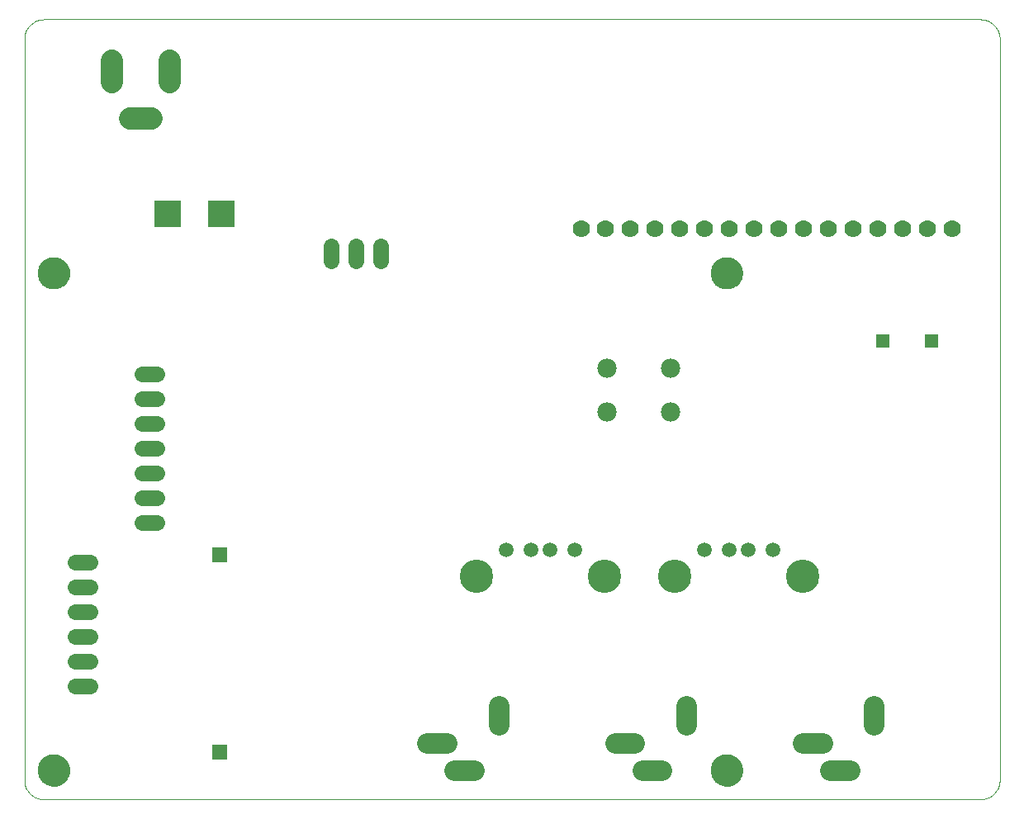
<source format=gbs>
G75*
G70*
%OFA0B0*%
%FSLAX24Y24*%
%IPPOS*%
%LPD*%
%AMOC8*
5,1,8,0,0,1.08239X$1,22.5*
%
%ADD10C,0.0000*%
%ADD11C,0.1300*%
%ADD12C,0.0827*%
%ADD13C,0.1346*%
%ADD14C,0.0594*%
%ADD15R,0.1103X0.1103*%
%ADD16C,0.0700*%
%ADD17R,0.0634X0.0634*%
%ADD18R,0.0555X0.0555*%
%ADD19C,0.0640*%
%ADD20C,0.0780*%
%ADD21C,0.0900*%
D10*
X001087Y001087D02*
X038883Y001087D01*
X038883Y001088D02*
X038937Y001090D01*
X038990Y001095D01*
X039043Y001104D01*
X039095Y001117D01*
X039147Y001133D01*
X039197Y001153D01*
X039245Y001176D01*
X039292Y001203D01*
X039337Y001232D01*
X039380Y001265D01*
X039420Y001300D01*
X039458Y001338D01*
X039493Y001378D01*
X039526Y001421D01*
X039555Y001466D01*
X039582Y001513D01*
X039605Y001561D01*
X039625Y001611D01*
X039641Y001663D01*
X039654Y001715D01*
X039663Y001768D01*
X039668Y001821D01*
X039670Y001875D01*
X039670Y031796D01*
X039668Y031850D01*
X039663Y031903D01*
X039654Y031956D01*
X039641Y032008D01*
X039625Y032060D01*
X039605Y032110D01*
X039582Y032158D01*
X039555Y032205D01*
X039526Y032250D01*
X039493Y032293D01*
X039458Y032333D01*
X039420Y032371D01*
X039380Y032406D01*
X039337Y032439D01*
X039292Y032468D01*
X039245Y032495D01*
X039197Y032518D01*
X039147Y032538D01*
X039095Y032554D01*
X039043Y032567D01*
X038990Y032576D01*
X038937Y032581D01*
X038883Y032583D01*
X001087Y032583D01*
X001033Y032581D01*
X000980Y032576D01*
X000927Y032567D01*
X000875Y032554D01*
X000823Y032538D01*
X000773Y032518D01*
X000725Y032495D01*
X000678Y032468D01*
X000633Y032439D01*
X000590Y032406D01*
X000550Y032371D01*
X000512Y032333D01*
X000477Y032293D01*
X000444Y032250D01*
X000415Y032205D01*
X000388Y032158D01*
X000365Y032110D01*
X000345Y032060D01*
X000329Y032008D01*
X000316Y031956D01*
X000307Y031903D01*
X000302Y031850D01*
X000300Y031796D01*
X000300Y001875D01*
X000302Y001821D01*
X000307Y001768D01*
X000316Y001715D01*
X000329Y001663D01*
X000345Y001611D01*
X000365Y001561D01*
X000388Y001513D01*
X000415Y001466D01*
X000444Y001421D01*
X000477Y001378D01*
X000512Y001338D01*
X000550Y001300D01*
X000590Y001265D01*
X000633Y001232D01*
X000678Y001203D01*
X000725Y001176D01*
X000773Y001153D01*
X000823Y001133D01*
X000875Y001117D01*
X000927Y001104D01*
X000980Y001095D01*
X001033Y001090D01*
X001087Y001088D01*
X000851Y002269D02*
X000853Y002319D01*
X000859Y002369D01*
X000869Y002418D01*
X000883Y002466D01*
X000900Y002513D01*
X000921Y002558D01*
X000946Y002602D01*
X000974Y002643D01*
X001006Y002682D01*
X001040Y002719D01*
X001077Y002753D01*
X001117Y002783D01*
X001159Y002810D01*
X001203Y002834D01*
X001249Y002855D01*
X001296Y002871D01*
X001344Y002884D01*
X001394Y002893D01*
X001443Y002898D01*
X001494Y002899D01*
X001544Y002896D01*
X001593Y002889D01*
X001642Y002878D01*
X001690Y002863D01*
X001736Y002845D01*
X001781Y002823D01*
X001824Y002797D01*
X001865Y002768D01*
X001904Y002736D01*
X001940Y002701D01*
X001972Y002663D01*
X002002Y002623D01*
X002029Y002580D01*
X002052Y002536D01*
X002071Y002490D01*
X002087Y002442D01*
X002099Y002393D01*
X002107Y002344D01*
X002111Y002294D01*
X002111Y002244D01*
X002107Y002194D01*
X002099Y002145D01*
X002087Y002096D01*
X002071Y002048D01*
X002052Y002002D01*
X002029Y001958D01*
X002002Y001915D01*
X001972Y001875D01*
X001940Y001837D01*
X001904Y001802D01*
X001865Y001770D01*
X001824Y001741D01*
X001781Y001715D01*
X001736Y001693D01*
X001690Y001675D01*
X001642Y001660D01*
X001593Y001649D01*
X001544Y001642D01*
X001494Y001639D01*
X001443Y001640D01*
X001394Y001645D01*
X001344Y001654D01*
X001296Y001667D01*
X001249Y001683D01*
X001203Y001704D01*
X001159Y001728D01*
X001117Y001755D01*
X001077Y001785D01*
X001040Y001819D01*
X001006Y001856D01*
X000974Y001895D01*
X000946Y001936D01*
X000921Y001980D01*
X000900Y002025D01*
X000883Y002072D01*
X000869Y002120D01*
X000859Y002169D01*
X000853Y002219D01*
X000851Y002269D01*
X000851Y022347D02*
X000853Y022397D01*
X000859Y022447D01*
X000869Y022496D01*
X000883Y022544D01*
X000900Y022591D01*
X000921Y022636D01*
X000946Y022680D01*
X000974Y022721D01*
X001006Y022760D01*
X001040Y022797D01*
X001077Y022831D01*
X001117Y022861D01*
X001159Y022888D01*
X001203Y022912D01*
X001249Y022933D01*
X001296Y022949D01*
X001344Y022962D01*
X001394Y022971D01*
X001443Y022976D01*
X001494Y022977D01*
X001544Y022974D01*
X001593Y022967D01*
X001642Y022956D01*
X001690Y022941D01*
X001736Y022923D01*
X001781Y022901D01*
X001824Y022875D01*
X001865Y022846D01*
X001904Y022814D01*
X001940Y022779D01*
X001972Y022741D01*
X002002Y022701D01*
X002029Y022658D01*
X002052Y022614D01*
X002071Y022568D01*
X002087Y022520D01*
X002099Y022471D01*
X002107Y022422D01*
X002111Y022372D01*
X002111Y022322D01*
X002107Y022272D01*
X002099Y022223D01*
X002087Y022174D01*
X002071Y022126D01*
X002052Y022080D01*
X002029Y022036D01*
X002002Y021993D01*
X001972Y021953D01*
X001940Y021915D01*
X001904Y021880D01*
X001865Y021848D01*
X001824Y021819D01*
X001781Y021793D01*
X001736Y021771D01*
X001690Y021753D01*
X001642Y021738D01*
X001593Y021727D01*
X001544Y021720D01*
X001494Y021717D01*
X001443Y021718D01*
X001394Y021723D01*
X001344Y021732D01*
X001296Y021745D01*
X001249Y021761D01*
X001203Y021782D01*
X001159Y021806D01*
X001117Y021833D01*
X001077Y021863D01*
X001040Y021897D01*
X001006Y021934D01*
X000974Y021973D01*
X000946Y022014D01*
X000921Y022058D01*
X000900Y022103D01*
X000883Y022150D01*
X000869Y022198D01*
X000859Y022247D01*
X000853Y022297D01*
X000851Y022347D01*
X028016Y022347D02*
X028018Y022397D01*
X028024Y022447D01*
X028034Y022496D01*
X028048Y022544D01*
X028065Y022591D01*
X028086Y022636D01*
X028111Y022680D01*
X028139Y022721D01*
X028171Y022760D01*
X028205Y022797D01*
X028242Y022831D01*
X028282Y022861D01*
X028324Y022888D01*
X028368Y022912D01*
X028414Y022933D01*
X028461Y022949D01*
X028509Y022962D01*
X028559Y022971D01*
X028608Y022976D01*
X028659Y022977D01*
X028709Y022974D01*
X028758Y022967D01*
X028807Y022956D01*
X028855Y022941D01*
X028901Y022923D01*
X028946Y022901D01*
X028989Y022875D01*
X029030Y022846D01*
X029069Y022814D01*
X029105Y022779D01*
X029137Y022741D01*
X029167Y022701D01*
X029194Y022658D01*
X029217Y022614D01*
X029236Y022568D01*
X029252Y022520D01*
X029264Y022471D01*
X029272Y022422D01*
X029276Y022372D01*
X029276Y022322D01*
X029272Y022272D01*
X029264Y022223D01*
X029252Y022174D01*
X029236Y022126D01*
X029217Y022080D01*
X029194Y022036D01*
X029167Y021993D01*
X029137Y021953D01*
X029105Y021915D01*
X029069Y021880D01*
X029030Y021848D01*
X028989Y021819D01*
X028946Y021793D01*
X028901Y021771D01*
X028855Y021753D01*
X028807Y021738D01*
X028758Y021727D01*
X028709Y021720D01*
X028659Y021717D01*
X028608Y021718D01*
X028559Y021723D01*
X028509Y021732D01*
X028461Y021745D01*
X028414Y021761D01*
X028368Y021782D01*
X028324Y021806D01*
X028282Y021833D01*
X028242Y021863D01*
X028205Y021897D01*
X028171Y021934D01*
X028139Y021973D01*
X028111Y022014D01*
X028086Y022058D01*
X028065Y022103D01*
X028048Y022150D01*
X028034Y022198D01*
X028024Y022247D01*
X028018Y022297D01*
X028016Y022347D01*
X028016Y002269D02*
X028018Y002319D01*
X028024Y002369D01*
X028034Y002418D01*
X028048Y002466D01*
X028065Y002513D01*
X028086Y002558D01*
X028111Y002602D01*
X028139Y002643D01*
X028171Y002682D01*
X028205Y002719D01*
X028242Y002753D01*
X028282Y002783D01*
X028324Y002810D01*
X028368Y002834D01*
X028414Y002855D01*
X028461Y002871D01*
X028509Y002884D01*
X028559Y002893D01*
X028608Y002898D01*
X028659Y002899D01*
X028709Y002896D01*
X028758Y002889D01*
X028807Y002878D01*
X028855Y002863D01*
X028901Y002845D01*
X028946Y002823D01*
X028989Y002797D01*
X029030Y002768D01*
X029069Y002736D01*
X029105Y002701D01*
X029137Y002663D01*
X029167Y002623D01*
X029194Y002580D01*
X029217Y002536D01*
X029236Y002490D01*
X029252Y002442D01*
X029264Y002393D01*
X029272Y002344D01*
X029276Y002294D01*
X029276Y002244D01*
X029272Y002194D01*
X029264Y002145D01*
X029252Y002096D01*
X029236Y002048D01*
X029217Y002002D01*
X029194Y001958D01*
X029167Y001915D01*
X029137Y001875D01*
X029105Y001837D01*
X029069Y001802D01*
X029030Y001770D01*
X028989Y001741D01*
X028946Y001715D01*
X028901Y001693D01*
X028855Y001675D01*
X028807Y001660D01*
X028758Y001649D01*
X028709Y001642D01*
X028659Y001639D01*
X028608Y001640D01*
X028559Y001645D01*
X028509Y001654D01*
X028461Y001667D01*
X028414Y001683D01*
X028368Y001704D01*
X028324Y001728D01*
X028282Y001755D01*
X028242Y001785D01*
X028205Y001819D01*
X028171Y001856D01*
X028139Y001895D01*
X028111Y001936D01*
X028086Y001980D01*
X028065Y002025D01*
X028048Y002072D01*
X028034Y002120D01*
X028024Y002169D01*
X028018Y002219D01*
X028016Y002269D01*
D11*
X028646Y002269D03*
X028646Y022347D03*
X001481Y022347D03*
X001481Y002269D03*
D12*
X016562Y003379D02*
X017349Y003379D01*
X017664Y002276D02*
X018452Y002276D01*
X019436Y004087D02*
X019436Y004875D01*
X024137Y003379D02*
X024924Y003379D01*
X025239Y002276D02*
X026026Y002276D01*
X027011Y004087D02*
X027011Y004875D01*
X031711Y003379D02*
X032499Y003379D01*
X032814Y002276D02*
X033601Y002276D01*
X034585Y004087D02*
X034585Y004875D01*
D13*
X031716Y010113D03*
X026543Y010113D03*
X023720Y010113D03*
X018547Y010113D03*
D14*
X019756Y011180D03*
X020740Y011180D03*
X021527Y011180D03*
X022511Y011180D03*
X027751Y011180D03*
X028736Y011180D03*
X029523Y011180D03*
X030507Y011180D03*
D15*
X008237Y024745D03*
X006072Y024745D03*
D16*
X022776Y024119D03*
X023741Y024119D03*
X024741Y024119D03*
X025741Y024119D03*
X026741Y024119D03*
X027741Y024119D03*
X028741Y024119D03*
X029741Y024119D03*
X030741Y024119D03*
X031741Y024119D03*
X032741Y024119D03*
X033741Y024119D03*
X034741Y024119D03*
X035741Y024119D03*
X036741Y024119D03*
X037741Y024119D03*
D17*
X008174Y010979D03*
X008174Y003007D03*
D18*
X034946Y019591D03*
X036914Y019591D03*
D19*
X014686Y022835D02*
X014686Y023435D01*
X013686Y023435D02*
X013686Y022835D01*
X012686Y022835D02*
X012686Y023435D01*
X005643Y018261D02*
X005043Y018261D01*
X005043Y017261D02*
X005643Y017261D01*
X005643Y016261D02*
X005043Y016261D01*
X005043Y015261D02*
X005643Y015261D01*
X005643Y014261D02*
X005043Y014261D01*
X005043Y013261D02*
X005643Y013261D01*
X005643Y012261D02*
X005043Y012261D01*
X002962Y010674D02*
X002362Y010674D01*
X002362Y009674D02*
X002962Y009674D01*
X002962Y008674D02*
X002362Y008674D01*
X002362Y007674D02*
X002962Y007674D01*
X002962Y006674D02*
X002362Y006674D01*
X002362Y005674D02*
X002962Y005674D01*
D20*
X023823Y016733D03*
X023823Y018513D03*
X026383Y018513D03*
X026383Y016733D03*
D21*
X006162Y030069D02*
X006162Y030929D01*
X003800Y030929D02*
X003800Y030069D01*
X004551Y028609D02*
X005411Y028609D01*
M02*

</source>
